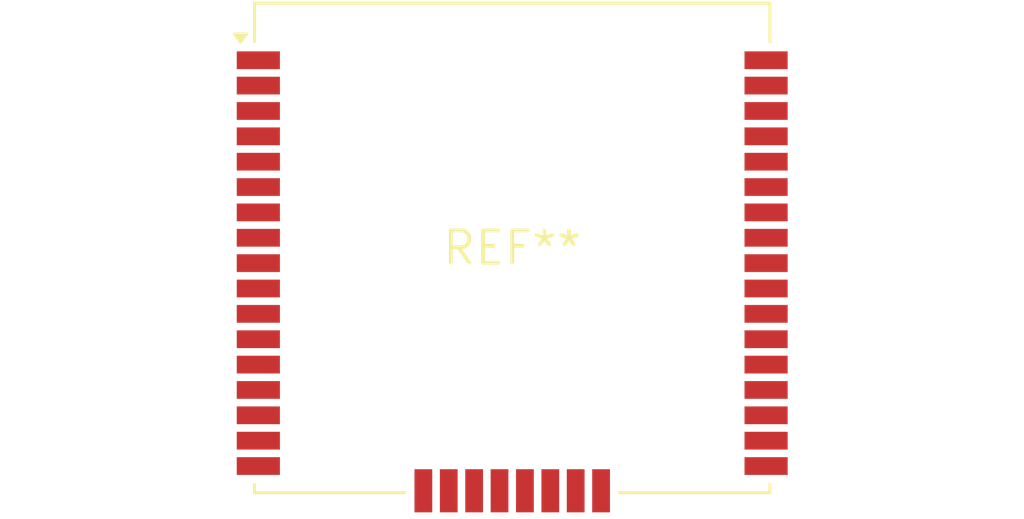
<source format=kicad_pcb>
(kicad_pcb (version 20240108) (generator pcbnew)
  (layers (0 "F.Cu" signal) (31 "B.Cu" signal) (34 "B.Paste" user) (35 "F.Paste" user) (36 "B.SilkS" user "B.Silkscreen") (37 "F.SilkS" user "F.Silkscreen") (38 "B.Mask" user) (39 "F.Mask" user) (44 "Edge.Cuts" user))
  (net 0 "")
  (footprint "Atmel_ATSAMR21G18-MR210UA_NoRFPads" (layer "F.Cu") (at 0 0)
    (property "Reference" "REF**")
    (property "Value" "Atmel_ATSAMR21G18-MR210UA_NoRFPads")
    (fp_line (start -10.15 -9.65) (end -10.15 -8.125) (layer "F.SilkS") (stroke (width 0.12)))
    (fp_line (start -10.15 -9.65) (end 10.15 -9.65) (layer "F.SilkS") (stroke (width 0.12)))
    (fp_line (start -10.15 9.325) (end -10.15 9.65) (layer "F.SilkS") (stroke (width 0.12)))
    (fp_line (start -10.15 9.65) (end -4.225 9.65) (layer "F.SilkS") (stroke (width 0.12)))
    (fp_line (start 10.15 -9.65) (end 10.15 -8.125) (layer "F.SilkS") (stroke (width 0.12)))
    (fp_line (start 10.15 9.325) (end 10.15 9.65) (layer "F.SilkS") (stroke (width 0.12)))
    (fp_line (start 10.15 9.65) (end 4.225 9.65) (layer "F.SilkS") (stroke (width 0.12)))
    (fp_poly (pts (xy -10.7 -8.1) (xy -10.94 -8.436) (xy -10.46 -8.436) (xy -10.7 -8.1)) (layer "F.SilkS") (stroke (width 0.12)) (fill solid))
    (pad "1" smd rect (at -10 -7.4) (size 1.7 0.7) (layers "F.Cu" "F.Paste" "F.Mask"))
    (pad "2" smd rect (at -10 -6.4) (size 1.7 0.7) (layers "F.Cu" "F.Paste" "F.Mask"))
    (pad "3" smd rect (at -10 -5.4) (size 1.7 0.7) (layers "F.Cu" "F.Paste" "F.Mask"))
    (pad "4" smd rect (at -10 -4.4) (size 1.7 0.7) (layers "F.Cu" "F.Paste" "F.Mask"))
    (pad "5" smd rect (at -10 -3.4) (size 1.7 0.7) (layers "F.Cu" "F.Paste" "F.Mask"))
    (pad "6" smd rect (at -10 -2.4) (size 1.7 0.7) (layers "F.Cu" "F.Paste" "F.Mask"))
    (pad "7" smd rect (at -10 -1.4) (size 1.7 0.7) (layers "F.Cu" "F.Paste" "F.Mask"))
    (pad "8" smd rect (at -10 -0.4) (size 1.7 0.7) (layers "F.Cu" "F.Paste" "F.Mask"))
    (pad "9" smd rect (at -10 0.6) (size 1.7 0.7) (layers "F.Cu" "F.Paste" "F.Mask"))
    (pad "10" smd rect (at -10 1.6) (size 1.7 0.7) (layers "F.Cu" "F.Paste" "F.Mask"))
    (pad "11" smd rect (at -10 2.6) (size 1.7 0.7) (layers "F.Cu" "F.Paste" "F.Mask"))
    (pad "12" smd rect (at -10 3.6) (size 1.7 0.7) (layers "F.Cu" "F.Paste" "F.Mask"))
    (pad "13" smd rect (at -10 4.6) (size 1.7 0.7) (layers "F.Cu" "F.Paste" "F.Mask"))
    (pad "14" smd rect (at -10 5.6) (size 1.7 0.7) (layers "F.Cu" "F.Paste" "F.Mask"))
    (pad "15" smd rect (at -10 6.6) (size 1.7 0.7) (layers "F.Cu" "F.Paste" "F.Mask"))
    (pad "16" smd rect (at -10 7.6) (size 1.7 0.7) (layers "F.Cu" "F.Paste" "F.Mask"))
    (pad "17" smd rect (at -10 8.6) (size 1.7 0.7) (layers "F.Cu" "F.Paste" "F.Mask"))
    (pad "18" smd rect (at -3.5 9.575) (size 0.7 1.7) (layers "F.Cu" "F.Paste" "F.Mask"))
    (pad "19" smd rect (at -2.5 9.575) (size 0.7 1.7) (layers "F.Cu" "F.Paste" "F.Mask"))
    (pad "20" smd rect (at -1.5 9.575) (size 0.7 1.7) (layers "F.Cu" "F.Paste" "F.Mask"))
    (pad "21" smd rect (at -0.5 9.575) (size 0.7 1.7) (layers "F.Cu" "F.Paste" "F.Mask"))
    (pad "22" smd rect (at 0.5 9.575) (size 0.7 1.7) (layers "F.Cu" "F.Paste" "F.Mask"))
    (pad "23" smd rect (at 1.5 9.575) (size 0.7 1.7) (layers "F.Cu" "F.Paste" "F.Mask"))
    (pad "24" smd rect (at 2.5 9.575) (size 0.7 1.7) (layers "F.Cu" "F.Paste" "F.Mask"))
    (pad "25" smd rect (at 3.5 9.575) (size 0.7 1.7) (layers "F.Cu" "F.Paste" "F.Mask"))
    (pad "26" smd rect (at 10 8.6) (size 1.7 0.7) (layers "F.Cu" "F.Paste" "F.Mask"))
    (pad "27" smd rect (at 10 7.6) (size 1.7 0.7) (layers "F.Cu" "F.Paste" "F.Mask"))
    (pad "28" smd rect (at 10 6.6) (size 1.7 0.7) (layers "F.Cu" "F.Paste" "F.Mask"))
    (pad "29" smd rect (at 10 5.6) (size 1.7 0.7) (layers "F.Cu" "F.Paste" "F.Mask"))
    (pad "30" smd rect (at 10 4.6) (size 1.7 0.7) (layers "F.Cu" "F.Paste" "F.Mask"))
    (pad "31" smd rect (at 10 3.6) (size 1.7 0.7) (layers "F.Cu" "F.Paste" "F.Mask"))
    (pad "32" smd rect (at 10 2.6) (size 1.7 0.7) (layers "F.Cu" "F.Paste" "F.Mask"))
    (pad "33" smd rect (at 10 1.6) (size 1.7 0.7) (layers "F.Cu" "F.Paste" "F.Mask"))
    (pad "34" smd rect (at 10 0.6) (size 1.7 0.7) (layers "F.Cu" "F.Paste" "F.Mask"))
    (pad "35" smd rect (at 10 -0.4) (size 1.7 0.7) (layers "F.Cu" "F.Paste" "F.Mask"))
    (pad "36" smd rect (at 10 -1.4) (size 1.7 0.7) (layers "F.Cu" "F.Paste" "F.Mask"))
    (pad "37" smd rect (at 10 -2.4) (size 1.7 0.7) (layers "F.Cu" "F.Paste" "F.Mask"))
    (pad "38" smd rect (at 10 -3.4) (size 1.7 0.7) (layers "F.Cu" "F.Paste" "F.Mask"))
    (pad "39" smd rect (at 10 -4.4) (size 1.7 0.7) (layers "F.Cu" "F.Paste" "F.Mask"))
    (pad "40" smd rect (at 10 -5.4) (size 1.7 0.7) (layers "F.Cu" "F.Paste" "F.Mask"))
    (pad "41" smd rect (at 10 -6.4) (size 1.7 0.7) (layers "F.Cu" "F.Paste" "F.Mask"))
    (pad "42" smd rect (at 10 -7.4) (size 1.7 0.7) (layers "F.Cu" "F.Paste" "F.Mask"))
  )
)
</source>
